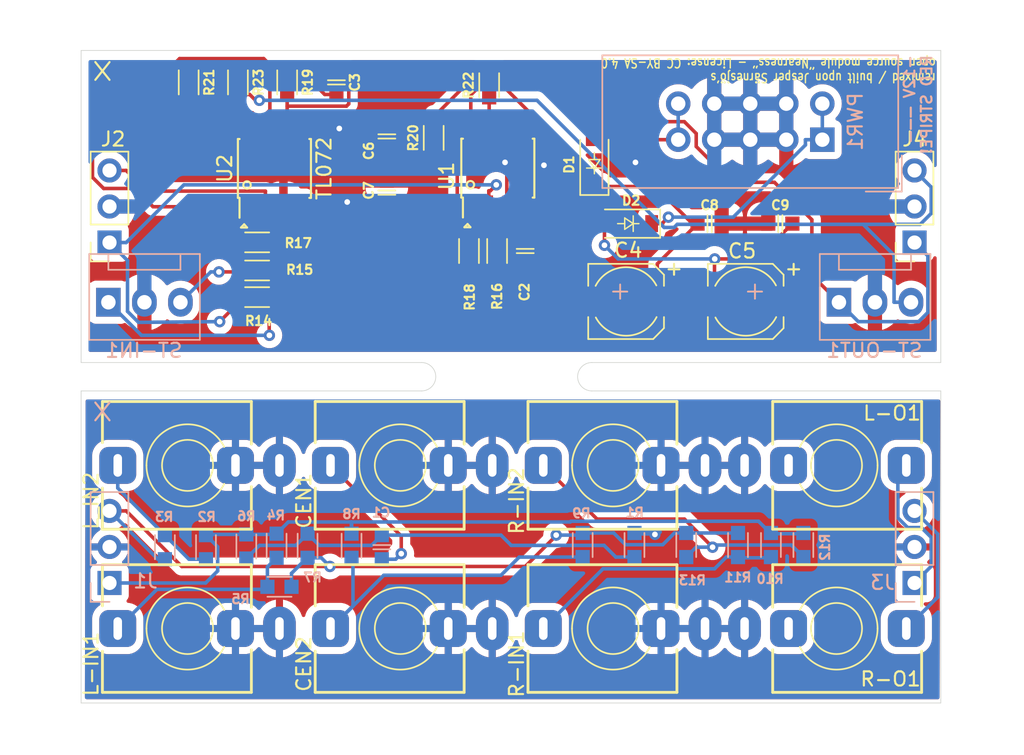
<source format=kicad_pcb>
(kicad_pcb (version 20221018) (generator pcbnew)
  (layers (0 "F.Cu" signal) (31 "B.Cu" signal) (34 "B.Paste" user) (35 "F.Paste" user) (36 "B.SilkS" user "B.Silkscreen") (37 "F.SilkS" user "F.Silkscreen") (38 "B.Mask" user) (39 "F.Mask" user) (44 "Edge.Cuts" user))
  (net 0 "")
  (net 1 "Net-(C1-Pad1)")
  (net 2 "Net-(C1-Pad2)")
  (net 3 "Net-(U1B--)")
  (net 4 "Net-(C2-Pad2)")
  (net 5 "Net-(C3-Pad2)")
  (net 6 "Net-(U2B--)")
  (net 7 "+12V")
  (net 8 "GND")
  (net 9 "-12V")
  (net 10 "Net-(CEN2-PadT)")
  (net 11 "Net-(D1-A)")
  (net 12 "Net-(D2-K)")
  (net 13 "Net-(J1-Pin_1)")
  (net 14 "Net-(J1-Pin_3)")
  (net 15 "Net-(J2-Pin_1)")
  (net 16 "Net-(J2-Pin_3)")
  (net 17 "Net-(J3-Pin_1)")
  (net 18 "Net-(J3-Pin_3)")
  (net 19 "Net-(L-IN1-PadT)")
  (net 20 "Net-(J4-Pin_3)")
  (net 21 "Net-(L_IN2-PadT)")
  (net 22 "Net-(R-IN1-PadT)")
  (net 23 "Net-(R-IN2-PadT)")
  (net 24 "Net-(J4-Pin_1)")
  (net 26 "Net-(R16-Pad2)")
  (net 27 "Net-(R17-Pad2)")
  (net 29 "Net-(ST-IN1-Pin_1)")
  (net 30 "Net-(ST-IN1-Pin_3)")
  (footprint "4ms/4ms-kicad-lib/footprints/4ms_Capacitor.pretty:C_0603" (layer "F.Cu") (at 147.6248 91.2368 90)
    (fp_text reference "C2")
    (fp_text value "22pF" hide)
  )
  (footprint "4ms/4ms-kicad-lib/footprints/4ms_Capacitor.pretty:C_0603" (layer "F.Cu") (at 134.3152 79.3496 -90)
    (fp_text reference "C3")
    (fp_text value "22pF" hide)
  )
  (footprint "4ms/4ms-kicad-lib/footprints/4ms_Capacitor.pretty:CP_Elec_5x5.3" (layer "F.Cu") (at 154.7368 94.7928 180)
    (fp_text reference "C4")
    (fp_text value "22uF" hide)
  )
  (footprint "4ms/4ms-kicad-lib/footprints/4ms_Capacitor.pretty:CP_Elec_5x5.3" (layer "F.Cu") (at 163.1696 94.7928 180)
    (fp_text reference "C5")
    (fp_text value "22uF" hide)
  )
  (footprint "4ms/4ms-kicad-lib/footprints/4ms_Capacitor.pretty:C_0603" (layer "F.Cu") (at 137.8712 83.1596 -90)
    (fp_text reference "C6")
    (fp_text value "100nF" hide)
  )
  (footprint "4ms/4ms-kicad-lib/footprints/4ms_Capacitor.pretty:C_0603" (layer "F.Cu") (at 137.8712 87.122 -90)
    (fp_text reference "C7")
    (fp_text value "100nF" hide)
  )
  (footprint "4ms/4ms-kicad-lib/footprints/4ms_Capacitor.pretty:C_0603" (layer "F.Cu") (at 160.6236 89.3064)
    (fp_text reference "C8")
    (fp_text value "100nF" hide)
  )
  (footprint "4ms/4ms-kicad-lib/footprints/4ms_Capacitor.pretty:C_0603" (layer "F.Cu") (at 165.608 89.3064)
    (fp_text reference "C9")
    (fp_text value "100nF" hide)
  )
  (footprint "AudioJacks:Jack_3.5mm_QingPu_WQP-PJ398SM_Vertical" (layer "F.Cu") (at 138.8208 106.3492 90)
    (fp_text reference "CEN1")
    (fp_text value "AudioJack2_SwitchT")
  )
  (footprint "AudioJacks:Jack_3.5mm_QingPu_WQP-PJ398SM_Vertical" (layer "F.Cu") (at 138.8208 117.8492 90)
    (fp_text reference "CEN2")
    (fp_text value "AudioJack2_SwitchT")
  )
  (footprint "4ms/4ms-kicad-lib/footprints/4ms_Diode.pretty:D_SOD-123" (layer "F.Cu") (at 152.5016 85.0392 90)
    (fp_text reference "D1")
    (fp_text value "1N5819" hide)
  )
  (footprint "4ms/4ms-kicad-lib/footprints/4ms_Diode.pretty:D_SOD-123" (layer "F.Cu") (at 154.8892 89.3064 180)
    (fp_text reference "D2")
    (fp_text value "1N5819" hide)
  )
  (footprint "Connector_PinSocket_2.54mm:PinSocket_1x03_P2.54mm_Vertical" (layer "F.Cu") (at 118.3208 90.6392 180)
    (fp_text reference "J2")
    (fp_text value "Conn_01x03_Female")
  )
  (footprint "Connector_PinSocket_2.54mm:PinSocket_1x03_P2.54mm_Vertical" (layer "F.Cu") (at 175.0708 90.6392 180)
    (fp_text reference "J4")
    (fp_text value "Conn_01x03_Female")
  )
  (footprint "AudioJacks:Jack_3.5mm_QingPu_WQP-PJ398SM_Vertical" (layer "F.Cu") (at 123.8208 117.8492 90)
    (fp_text reference "L-IN1")
    (fp_text value "AudioJack2_SwitchT")
  )
  (footprint "AudioJacks:Jack_3.5mm_QingPu_WQP-PJ398SM_Vertical" (layer "F.Cu") (at 169.5708 106.3492 -90)
    (fp_text reference "L-O1")
    (fp_text value "AudioJack2_SwitchT")
  )
  (footprint "AudioJacks:Jack_3.5mm_QingPu_WQP-PJ398SM_Vertical" (layer "F.Cu") (at 123.8208 106.3492 90)
    (fp_text reference "L_IN2")
    (fp_text value "AudioJack2_SwitchT")
  )
  (footprint "4ms/4ms-kicad-lib/footprints/4ms_Resistor.pretty:R_0603" (layer "F.Cu") (at 128.7272 94.488)
    (fp_text reference "R14")
    (fp_text value "100K" hide)
  )
  (footprint "4ms/4ms-kicad-lib/footprints/4ms_Resistor.pretty:R_0603" (layer "F.Cu") (at 128.7272 92.6084)
    (fp_text reference "R15")
    (fp_text value "100K" hide)
  )
  (footprint "4ms/4ms-kicad-lib/footprints/4ms_Resistor.pretty:R_0603" (layer "F.Cu") (at 145.6436 91.2368 -90)
    (fp_text reference "R16")
    (fp_text value "100K" hide)
  )
  (footprint "4ms/4ms-kicad-lib/footprints/4ms_Resistor.pretty:R_0603" (layer "F.Cu") (at 128.7272 90.6272 180)
    (fp_text reference "R17")
    (fp_text value "100K" hide)
  )
  (footprint "4ms/4ms-kicad-lib/footprints/4ms_Resistor.pretty:R_0603" (layer "F.Cu") (at 143.6624 91.2368 -90)
    (fp_text reference "R18")
    (fp_text value "100K" hide)
  )
  (footprint "4ms/4ms-kicad-lib/footprints/4ms_Resistor.pretty:R_0603" (layer "F.Cu") (at 130.8439 79.3496 -90)
    (fp_text reference "R19")
    (fp_text value "100K" hide)
  )
  (footprint "4ms/4ms-kicad-lib/footprints/4ms_Resistor.pretty:R_0603" (layer "F.Cu") (at 141.1732 83.2612 90)
    (fp_text reference "R20")
    (fp_text value "100K" hide)
  )
  (footprint "4ms/4ms-kicad-lib/footprints/4ms_Resistor.pretty:R_0603" (layer "F.Cu") (at 123.9012 79.3496 -90)
    (fp_text reference "R21")
    (fp_text value "100K" hide)
  )
  (footprint "4ms/4ms-kicad-lib/footprints/4ms_Resistor.pretty:R_0603" (layer "F.Cu") (at 145.0848 79.5528 90)
    (fp_text reference "R22")
    (fp_text value "1K" hide)
  )
  (footprint "4ms/4ms-kicad-lib/footprints/4ms_Resistor.pretty:R_0603" (layer "F.Cu") (at 127.3725 79.3496 -90)
    (fp_text reference "R23")
    (fp_text value "1K" hide)
  )
  (footprint "AudioJacks:Jack_3.5mm_QingPu_WQP-PJ398SM_Vertical" (layer "F.Cu") (at 153.8208 117.8492 90)
    (fp_text reference "R-IN1")
    (fp_text value "AudioJack2_SwitchT")
  )
  (footprint "AudioJacks:Jack_3.5mm_QingPu_WQP-PJ398SM_Vertical" (layer "F.Cu") (at 153.8208 106.3492 90)
    (fp_text reference "R-IN2")
    (fp_text value "AudioJack2_SwitchT")
  )
  (footprint "AudioJacks:Jack_3.5mm_QingPu_WQP-PJ398SM_Vertical" (layer "F.Cu") (at 169.5708 117.8492 -90)
    (fp_text reference "R-O1")
    (fp_text value "AudioJack2_SwitchT")
  )
  (footprint "4ms/4ms-kicad-lib/footprints/4ms_Package_SOIC.pretty:SOIC-8_3.9x4.9mm_Pitch1.27mm" (layer "F.Cu") (at 145.6944 85.3948 90)
    (fp_text reference "U1")
    (fp_text value "TL072" hide)
  )
  (footprint "4ms/4ms-kicad-lib/footprints/4ms_Package_SOIC.pretty:SOIC-8_3.9x4.9mm_Pitch1.27mm" (layer "F.Cu") (at 129.9464 85.416 90)
    (fp_text reference "U2")
    (fp_text value "TL072")
  )
  (footprint "MountingHole:MountingHole_0.5mm" (layer "F.Cu") (at 149.7316 99.1108)
    (fp_text reference "HOLE12" hide)
    (fp_text value "0.5mm_Hole" hide)
  )
  (footprint "MountingHole:MountingHole_0.5mm" (layer "F.Cu") (at 148.9816 99.1108)
    (fp_text reference "HOLE11" hide)
    (fp_text value "0.5mm_Hole" hide)
  )
  (footprint "MountingHole:MountingHole_0.5mm" (layer "F.Cu") (at 143.7316 99.1108)
    (fp_text reference "HOLE04" hide)
    (fp_text value "0.5mm_Hole" hide)
  )
  (footprint "MountingHole:MountingHole_0.5mm" (layer "F.Cu") (at 150.4732 100.9904)
    (fp_text reference "HOLE27" hide)
    (fp_text value "0.5mm_Hole" hide)
  )
  (footprint "MountingHole:MountingHole_0.5mm" (layer "F.Cu") (at 145.2316 99.1108)
    (fp_text reference "HOLE06" hide)
    (fp_text value "0.5mm_Hole" hide)
  )
  (footprint "MountingHole:MountingHole_0.5mm" (layer "F.Cu") (at 148.9732 100.9904)
    (fp_text reference "HOLE25" hide)
    (fp_text value "0.5mm_Hole" hide)
  )
  (footprint "MountingHole:MountingHole_0.5mm" (layer "F.Cu") (at 141.4732 100.9904)
    (fp_text reference "HOLE15" hide)
    (fp_text value "0.5mm_Hole" hide)
  )
  (footprint "MountingHole:MountingHole_0.5mm" (layer "F.Cu") (at 146.7232 100.9904)
    (fp_text reference "HOLE22" hide)
    (fp_text value "0.5mm_Hole" hide)
  )
  (footprint "MountingHole:MountingHole_0.5mm" (layer "F.Cu") (at 151.2316 99.1108)
    (fp_text reference "HOLE14" hide)
    (fp_text value "0.5mm_Hole" hide)
  )
  (footprint "MountingHole:MountingHole_0.5mm" (layer "F.Cu") (at 142.9816 99.1108)
    (fp_text reference "HOLE03" hide)
    (fp_text value "0.5mm_Hole" hide)
  )
  (footprint "MountingHole:MountingHole_0.5mm" (layer "F.Cu") (at 147.4732 100.9904)
    (fp_text reference "HOLE23" hide)
    (fp_text value "0.5mm_Hole" hide)
  )
  (footprint "MountingHole:MountingHole_0.5mm" (layer "F.Cu") (at 145.2232 100.9904)
    (fp_text reference "HOLE20" hide)
    (fp_text value "0.5mm_Hole" hide)
  )
  (footprint "MountingHole:MountingHole_0.5mm" (layer "F.Cu") (at 149.7232 100.9904)
    (fp_text reference "HOLE26" hide)
    (fp_text value "0.5mm_Hole" hide)
  )
  (footprint "MountingHole:MountingHole_0.5mm" (layer "F.Cu") (at 143.7232 100.9904)
    (fp_text reference "HOLE18" hide)
    (fp_text value "0.5mm_Hole" hide)
  )
  (footprint "MountingHole:MountingHole_0.5mm" (layer "F.Cu") (at 142.2232 100.9904)
    (fp_text reference "HOLE16" hide)
    (fp_text value "0.5mm_Hole" hide)
  )
  (footprint "MountingHole:MountingHole_0.5mm" (layer "F.Cu") (at 142.2316 99.1108)
    (fp_text reference "HOLE02" hide)
    (fp_text value "0.5mm_Hole" hide)
  )
  (footprint "MountingHole:MountingHole_0.5mm" (layer "F.Cu") (at 150.4816 99.1108)
    (fp_text reference "HOLE13" hide)
    (fp_text value "0.5mm_Hole" hide)
  )
  (footprint "MountingHole:MountingHole_0.5mm" (layer "F.Cu") (at 145.9732 100.9904)
    (fp_text reference "HOLE21" hide)
    (fp_text value "0.5mm_Hole" hide)
  )
  (footprint "MountingHole:MountingHole_0.5mm" (layer "F.Cu") (at 142.9732 100.9904)
    (fp_text reference "HOLE17" hide)
    (fp_text value "0.5mm_Hole" hide)
  )
  (footprint "MountingHole:MountingHole_0.5mm" (layer "F.Cu") (at 148.2316 99.1108)
    (fp_text reference "HOLE10" hide)
    (fp_text value "0.5mm_Hole" hide)
  )
  (footprint "MountingHole:MountingHole_0.5mm" (layer "F.Cu") (at 147.4816 99.1108)
    (fp_text reference "HOLE09" hide)
    (fp_text value "0.5mm_Hole" hide)
  )
  (footprint "MountingHole:MountingHole_0.5mm" (layer "F.Cu") (at 151.2232 100.9904)
    (fp_text reference "HOLE28" hide)
    (fp_text value "0.5mm_Hole" hide)
  )
  (footprint "MountingHole:MountingHole_0.5mm" (layer "F.Cu") (at 144.4732 100.9904)
    (fp_text reference "HOLE19" hide)
    (fp_text value "0.5mm_Hole" hide)
  )
  (footprint "MountingHole:MountingHole_0.5mm" (layer "F.Cu") (at 144.4816 99.1108)
    (fp_text reference "HOLE05" hide)
    (fp_text value "0.5mm_Hole" hide)
  )
  (footprint "MountingHole:MountingHole_0.5mm" (layer "F.Cu") (at 146.7316 99.1108)
    (fp_text reference "HOLE08" hide)
    (fp_text value "0.5mm_Hole" hide)
  )
  (footprint "MountingHole:MountingHole_0.5mm" (layer "F.Cu") (at 145.9816 99.1108)
    (fp_text reference "HOLE07" hide)
    (fp_text value "0.5mm_Hole" hide)
  )
  (footprint "MountingHole:MountingHole_0.5mm" (layer "F.Cu") (at 148.2232 100.9904)
    (fp_text reference "HOLE24" hide)
    (fp_text value "0.5mm_Hole" hide)
  )
  (footprint "MountingHole:MountingHole_0.5mm" (layer "F.Cu") (at 141.4816 99.1108)
    (fp_text reference "HOLE01" hide)
    (fp_text value "0.5mm_Hole" hide)
  )
  (footprint "4ms/4ms-kicad-lib/footprints/4ms_Capacitor.pretty:C_0603" (layer "B.Cu") (at 137.5156 112.1156 90)
    (fp_text reference "C1")
    (fp_text value "5.6nF" hide)
  )
  (footprint "Connector_PinHeader_2.54mm:PinHeader_1x03_P2.54mm_Vertical" (layer "B.Cu") (at 118.3208 114.6392)
    (fp_text reference "J1")
    (fp_text value "Conn_01x03_Male")
  )
  (footprint "Connector_PinHeader_2.54mm:PinHeader_1x03_P2.54mm_Vertical" (layer "B.Cu") (at 175.0708 114.6392)
    (fp_text reference "J3")
    (fp_text value "Conn_01x03_Male")
  )
  (footprint "Connector_IDC:IDC-Header_2x05_P2.54mm_Vertical" (layer "B.Cu") (at 168.5708 83.3892 90)
    (fp_text reference "PWR1")
    (fp_text value "Conn_02x05_Odd_Even")
  )
  (footprint "4ms/4ms-kicad-lib/footprints/4ms_Resistor.pretty:R_0603" (layer "B.Cu") (at 155.3269 111.9632 90)
    (fp_text reference "R1")
    (fp_text value "180K" hide)
  )
  (footprint "4ms/4ms-kicad-lib/footprints/4ms_Resistor.pretty:R_0603" (layer "B.Cu") (at 125.1204 112.1156 90)
    (fp_text reference "R2")
    (fp_text value "102K" hide)
  )
  (footprint "4ms/4ms-kicad-lib/footprints/4ms_Resistor.pretty:R_0603" (layer "B.Cu") (at 122.2248 112.1156 -90)
    (fp_text reference "R3")
    (fp_text value "620K" hide)
  )
  (footprint "4ms/4ms-kicad-lib/footprints/4ms_Resistor.pretty:R_0603" (layer "B.Cu") (at 130.0988 112.014 90)
    (fp_text reference "R4")
    (fp_text value "113K" hide)
  )
  (footprint "4ms/4ms-kicad-lib/footprints/4ms_Resistor.pretty:R_0603" (layer "B.Cu") (at 130.302 114.9096)
    (fp_text reference "R5")
    (fp_text value "220K" hide)
  )
  (footprint "4ms/4ms-kicad-lib/footprints/4ms_Resistor.pretty:R_0603" (layer "B.Cu") (at 127.9652 112.0648 90)
    (fp_text reference "R6")
    (fp_text value "110K" hide)
  )
  (footprint "4ms/4ms-kicad-lib/footprints/4ms_Resistor.pretty:R_0603" (layer "B.Cu") (at 132.2832 112.014 -90)
    (fp_text reference "R7")
    (fp_text value "110K" hide)
  )
  (footprint "4ms/4ms-kicad-lib/footprints/4ms_Resistor.pretty:R_0603" (layer "B.Cu") (at 135.382 112.014 90)
    (fp_text reference "R8")
    (fp_text value "110K" hide)
  )
  (footprint "4ms/4ms-kicad-lib/footprints/4ms_Resistor.pretty:R_0603" (layer "B.Cu") (at 151.6771 111.9632 90)
    (fp_text reference "R9")
    (fp_text value "110K" hide)
  )
  (footprint "4ms/4ms-kicad-lib/footprints/4ms_Resistor.pretty:R_0603" (layer "B.Cu") (at 164.9476 111.9632 90)
    (fp_text reference "R10")
    (fp_text value "220K" hide)
  )
  (footprint "4ms/4ms-kicad-lib/footprints/4ms_Resistor.pretty:R_0603" (layer "B.Cu") (at 162.6264 111.9632 90)
    (fp_text reference "R11")
    (fp_text value "113K" hide)
  )
  (footprint "4ms/4ms-kicad-lib/footprints/4ms_Resistor.pretty:R_0603" (layer "B.Cu") (at 167.2336 111.9632 90)
    (fp_text reference "R12")
    (fp_text value "620K" hide)
  )
  (footprint "4ms/4ms-kicad-lib/footprints/4ms_Resistor.pretty:R_0603" (layer "B.Cu") (at 158.9766 111.9632 90)
    (fp_text reference "R13")
    (fp_text value "102K" hide)
  )
  (footprint "Connector:FanPinHeader_1x03_P2.54mm_Vertical" (layer "B.Cu") (at 118.2408 94.8492)
    (fp_text reference "ST-IN1")
    (fp_text value "Conn_01x03_Male")
  )
  (footprint "Connector:FanPinHeader_1x03_P2.54mm_Vertical" (layer "B.Cu") (at 169.7408 94.8492)
    (fp_text reference "ST-OUT1")
    (fp_text value "Conn_01x03_Male")
  )
  (gr_line (start 153.8208 94.0992) (end 154.8208 94.0992) (stroke (width 0.12)) (layer "B.SilkS"))
  (gr_line (start 163.3208 94.0992) (end 164.3208 94.0992) (stroke (width 0.12)) (layer "B.SilkS"))
  (gr_line (start 153.8208 94.0992) (end 154.8208 94.0992) (stroke (width 0.12)) (layer "B.SilkS"))
  (gr_line (start 163.8208 93.5992) (end 163.8208 94.5992) (stroke (width 0.12)) (layer "B.SilkS"))
  (gr_line (start 163.3208 94.0992) (end 164.3208 94.0992) (stroke (width 0.12)) (layer "B.SilkS"))
  (gr_line (start 154.3208 93.5992) (end 154.3208 94.5992) (stroke (width 0.12)) (layer "B.SilkS"))
  (gr_line (start 163.8208 93.5992) (end 163.8208 94.5992) (stroke (width 0.12)) (layer "B.SilkS"))
  (gr_line (start 154.3208 93.5992) (end 154.3208 94.5992) (stroke (width 0.12)) (layer "B.SilkS"))
  (gr_line (start 152.3208 99.0992) (end 176.9208 99.0992) (stroke (width 0.05)) (layer "Edge.Cuts"))
  (gr_line (start 116.3208 99.0992) (end 140.3208 99.0992) (stroke (width 0.05)) (layer "Edge.Cuts"))
  (gr_line (start 116.3208 123.0992) (end 176.9208 123.0992) (stroke (width 0.05)) (layer "Edge.Cuts"))
  (gr_arc (start 152.3208 101.0992) (mid 151.3208 100.0992) (end 152.3208 99.0992) (stroke (width 0.05)) (layer "Edge.Cuts"))
  (gr_line (start 116.3208 101.0992) (end 116.3208 123.0992) (stroke (width 0.05)) (layer "Edge.Cuts"))
  (gr_line (start 116.3208 77.0992) (end 116.3208 99.0992) (stroke (width 0.05)) (layer "Edge.Cuts"))
  (gr_line (start 176.9208 101.0992) (end 176.9208 123.0992) (stroke (width 0.05)) (layer "Edge.Cuts"))
  (gr_line (start 116.3208 77.0992) (end 176.9208 77.0992) (stroke (width 0.05)) (layer "Edge.Cuts"))
  (gr_line (start 152.3208 101.0992) (end 176.9208 101.0992) (stroke (width 0.05)) (layer "Edge.Cuts"))
  (gr_line (start 116.3208 101.0992) (end 140.3208 101.0992) (stroke (width 0.05)) (layer "Edge.Cuts"))
  (gr_line (start 176.9208 77.0992) (end 176.9208 99.0992) (stroke (width 0.05)) (layer "Edge.Cuts"))
  (gr_arc (start 140.3208 99.0992) (mid 141.3208 100.0992) (end 140.3208 101.0992) (stroke (width 0.05)) (layer "Edge.Cuts"))
  (gr_text "X" (at 117.8208 102.5992) (layer "B.SilkS") (effects (font (size 1.25 1.5))))
  (gr_text "-12V ———\nRED STRIPE!" (at 175.3208 77.3492 90) (layer "B.SilkS") (effects (font (size 0.75 0.75)) (justify left mirror)))
  (gr_text "X" (at 117.8208 78.5992) (layer "F.SilkS") (effects (font (size 1.25 1.5))))
  (gr_text "remixed / built upon Jesper Särnesjö’s\nopen source module “Nearness” - License: CC BY-SA 4.0" (at 176.6208 78.4992 180) (layer "F.SilkS") (effects (font (size 0.65 0.525) (thickness 0.1)) (justify left)))
  (segment (start 138.8872 111.3356) (end 133.9008 106.3492) (width 0.25) (layer "F.Cu") (net 1))
  (segment (start 138.8872 112.5728) (end 138.8872 111.3356) (width 0.25) (layer "F.Cu") (net 1))
  (via (at 138.8872 112.5728) (size 0.8) (drill 0.4) (layers "F.Cu" "B.Cu") (net 1))
  (segment (start 138.8872 112.5728) (end 138.4944 112.9656) (width 0.25) (layer "B.Cu") (net 1))
  (segment (start 138.4944 112.9656) (end 137.5156 112.9656) (width 0.25) (layer "B.Cu") (net 1))
  (segment (start 132.2832 111.164) (end 133.1082 111.989) (width 0.25) (layer "B.Cu") (net 2))
  (segment (start 131.4582 111.989) (end 128.891 111.989) (width 0.25) (layer "B.Cu") (net 2))
  (segment (start 137.5156 111.2656) (end 145.916404 111.2656) (width 0.25) (layer "B.Cu") (net 2))
  (segment (start 145.916404 111.2656) (end 146.639004 111.9882) (width 0.25) (layer "B.Cu") (net 2))
  (segment (start 128.891 111.989) (end 127.9652 112.9148) (width 0.25) (layer "B.Cu") (net 2))
  (segment (start 146.639004 111.9882) (end 153.187 111.9882) (width 0.25) (layer "B.Cu") (net 2))
  (segment (start 153.187 111.9882) (end 154.012 112.8132) (width 0.25) (layer "B.Cu") (net 2))
  (segment (start 132.2832 111.164) (end 131.4582 111.989) (width 0.25) (layer "B.Cu") (net 2))
  (segment (start 133.1082 111.989) (end 136.7922 111.989) (width 0.25) (layer "B.Cu") (net 2))
  (segment (start 154.012 112.8132) (end 155.3269 112.8132) (width 0.25) (layer "B.Cu") (net 2))
  (segment (start 136.7922 111.989) (end 137.5156 111.2656) (width 0.25) (layer "B.Cu") (net 2))
  (segment (start 132.2832 111.0996) (end 132.2324 111.0488) (width 0.25) (layer "B.Cu") (net 2))
  (segment (start 144.4893 92.0868) (end 144.4893 92.397) (width 0.25) (layer "F.Cu") (net 3))
  (segment (start 144.4893 92.397) (end 145.006 92.9137) (width 0.25) (layer "F.Cu") (net 3))
  (segment (start 147.6248 92.0868) (end 146.7979 92.0868) (width 0.25) (layer "F.Cu") (net 3))
  (segment (start 143.6624 92.0868) (end 144.4893 92.0868) (width 0.25) (layer "F.Cu") (net 3))
  (segment (start 142.8355 84.2567) (end 145.8694 84.2567) (width 0.25) (layer "F.Cu") (net 3))
  (segment (start 142.8355 91.0532) (end 143.0422 91.2599) (width 0.25) (layer "F.Cu") (net 3))
  (segment (start 143.6624 92.0868) (end 143.6624 91.2599) (width 0.25) (layer "F.Cu") (net 3))
  (segment (start 146.2812 92.9137) (end 146.7979 92.397) (width 0.25) (layer "F.Cu") (net 3))
  (segment (start 141.1732 84.1112) (end 142.0001 84.1112) (width 0.25) (layer "F.Cu") (net 3))
  (segment (start 146.3294 82.6948) (end 146.3294 83.7967) (width 0.25) (layer "F.Cu") (net 3))
  (segment (start 142.8355 84.2567) (end 142.8355 91.0532) (width 0.25) (layer "F.Cu") (net 3))
  (segment (start 145.006 92.9137) (end 146.2812 92.9137) (width 0.25) (layer "F.Cu") (net 3))
  (segment (start 142.1456 84.2567) (end 142.8355 84.2567) (width 0.25) (layer "F.Cu") (net 3))
  (segment (start 143.0422 91.2599) (end 143.6624 91.2599) (width 0.25) (layer "F.Cu") (net 3))
  (segment (start 146.7979 92.397) (end 146.7979 92.0868) (width 0.25) (layer "F.Cu") (net 3))
  (segment (start 142.0001 84.1112) (end 142.1456 84.2567) (width 0.25) (layer "F.Cu") (net 3))
  (segment (start 145.8694 84.2567) (end 146.3294 83.7967) (width 0.25) (layer "F.Cu") (net 3))
  (segment (start 145.0848 80.4028) (end 145.0848 80.4926) (width 0.25) (layer "F.Cu") (net 4))
  (segment (start 147.6248 89.5599) (end 147.4576 89.5599) (width 0.25) (layer "F.Cu") (net 4))
  (segment (start 145.0848 80.4926) (end 145.0848 81.5675) (width 0.25) (layer "F.Cu") (net 4))
  (segment (start 145.0848 81.5675) (end 145.0594 81.5929) (width 0.25) (layer "F.Cu") (net 4))
  (segment (start 146.7407 81.5675) (end 145.0848 81.5675) (width 0.25) (layer "F.Cu") (net 4))
  (segment (start 147.4576 89.5599) (end 146.9563 89.0586) (width 0.25) (layer "F.Cu") (net 4))
  (segment (start 147.6248 90.3868) (end 147.6248 89.5599) (width 0.25) (layer "F.Cu") (net 4))
  (segment (start 146.9563 89.0586) (end 146.9563 81.7831) (width 0.25) (layer "F.Cu") (net 4))
  (segment (start 145.0594 82.1438) (end 145.0594 82.6948) (width 0.25) (layer "F.Cu") (net 4))
  (segment (start 145.0594 82.1438) (end 145.0594 81.5929) (width 0.25) (layer "F.Cu") (net 4))
  (segment (start 146.9563 81.7831) (end 146.7407 81.5675) (width 0.25) (layer "F.Cu") (net 4))
  (segment (start 129.3114 82.716) (end 129.3114 81.6141) (width 0.25) (layer "F.Cu") (net 5))
  (segment (start 132.6614 79.3727) (end 133.4883 80.1996) (width 0.25) (layer "F.Cu") (net 5))
  (segment (start 127.3725 78.4996) (end 128.1994 78.4996) (width 0.25) (layer "F.Cu") (net 5))
  (segment (start 129.0725 79.3727) (end 129.6254 79.3727) (width 0.25) (layer "F.Cu") (net 5))
  (segment (start 128.1994 78.4996) (end 129.0725 79.3727) (width 0.25) (layer "F.Cu") (net 5))
  (segment (start 129.6254 79.3727) (end 132.6614 79.3727) (width 0.25) (layer "F.Cu") (net 5))
  (segment (start 129.6254 81.3001) (end 129.3114 81.6141) (width 0.25) (layer "F.Cu") (net 5))
  (segment (start 129.6254 79.3727) (end 129.6254 81.3001) (width 0.25) (layer "F.Cu") (net 5))
  (segment (start 134.3152 80.1996) (end 133.4883 80.1996) (width 0.25) (layer "F.Cu") (net 5))
  (segment (start 134.9354 79.3265) (end 135.1873 79.5784) (width 0.25) (layer "F.Cu") (net 6))
  (segment (start 123.281 79.3265) (end 123.0743 79.5332) (width 0.25) (layer "F.Cu") (net 6))
  (segment (start 128.6683 83.6456) (end 128.8406 83.8179) (width 0.25) (layer "F.Cu") (net 6))
  (segment (start 134.3152 79.3265) (end 134.9354 79.3265) (width 0.25) (layer "F.Cu") (net 6))
  (segment (start 130.5814 82.716) (end 130.5814 83.8179) (width 0.25) (layer "F.Cu") (net 6))
  (segment (start 128.6683 81.7642) (end 128.6683 83.6456) (width 0.25) (layer "F.Cu") (net 6))
  (segment (start 135.1873 80.8643) (end 135.0251 81.0265) (width 0.25) (layer "F.Cu") (net 6))
  (segment (start 135.0251 81.0265) (end 130.8439 81.0265) (width 0.25) (layer "F.Cu") (net 6))
  (segment (start 130.8439 80.1996) (end 130.8439 81.0265) (width 0.25) (layer "F.Cu") (net 6))
  (segment (start 123.0743 79.5332) (end 123.0743 80.835) (width 0.25) (layer "F.Cu") (net 6))
  (segment (start 130.5814 82.716) (end 130.5814 81.6141) (width 0.25) (layer "F.Cu") (net 6))
  (segment (start 134.3152 78.4996) (end 134.3152 79.3265) (width 0.25) (layer "F.Cu") (net 6))
  (segment (start 128.8406 83.8179) (end 130.5814 83.8179) (width 0.25) (layer "F.Cu") (net 6))
  (segment (start 128.3995 81.4954) (end 128.6683 81.7642) (width 0.25) (layer "F.Cu") (net 6))
  (segment (start 130.8439 81.3516) (end 130.5814 81.6141) (width 0.25) (layer "F.Cu") (net 6))
  (segment (start 123.7347 81.4954) (end 128.3995 81.4954) (width 0.25) (layer "F.Cu") (net 6))
  (segment (start 130.8439 81.0265) (end 130.8439 81.3516) (width 0.25) (layer "F.Cu") (net 6))
  (segment (start 135.1873 79.5784) (end 135.1873 80.8643) (width 0.25) (layer "F.Cu") (net 6))
  (segment (start 123.9012 79.3265) (end 123.281 79.3265) (width 0.25) (layer "F.Cu") (net 6))
  (segment (start 123.0743 80.835) (end 123.7347 81.4954) (width 0.25) (layer "F.Cu") (net 6))
  (segment (start 123.9012 78.4996) (end 123.9012 79.3265) (width 0.25) (layer "F.Cu") (net 6))
  (segment (start 156.7932 86.6892) (end 152.5016 86.6892) (width 0.25) (layer "F.Cu") (net 7))
  (segment (start 143.2967 83.7967) (end 142.7601 83.2601) (width 0.25) (layer "F.Cu") (net 7))
  (segment (start 144.4494 79.5759) (end 146.0376 79.5759) (width 0.25) (layer "F.Cu") (net 7))
  (segment (start 156.9368 92.1432) (end 159.7736 89.3064) (width 0.25) (layer "F.Cu") (net 7))
  (segment (start 143.7894 80.2359) (end 144.4494 79.5759) (width 0.25) (layer "F.Cu") (net 7))
  (segment (start 146.0376 79.5759) (end 152.5016 86.0399) (width 0.25) (layer "F.Cu") (net 7))
  (segment (start 137.0443 82.3096) (end 135.0584 84.2955) (width 0.25) (layer "F.Cu") (net 7))
  (segment (start 143.7894 82.6948) (end 143.7894 80.2359) (width 0.25) (layer "F.Cu") (net 7))
  (segment (start 159.7736 89.3064) (end 159.4104 89.3064) (width 0.25) (layer "F.Cu") (net 7))
  (segment (start 137.8712 82.3096) (end 137.0443 82.3096) (width 0.25) (layer "F.Cu") (net 7))
  (segment (start 139.6486 83.2601) (end 138.6981 82.3096) (width 0.25) (layer "F.Cu") (net 7))
  (segment (start 159.4104 89.3064) (end 156.7932 86.6892) (width 0.25) (layer "F.Cu") (net 7))
  (segment (start 135.0584 84.2955) (end 128.519 84.2955) (width 0.25) (layer "F.Cu") (net 7))
  (segment (start 128.0414 82.716) (end 128.0414 83.8179) (width 0.25) (layer "F.Cu") (net 7))
  (segment (start 128.519 84.2955) (end 128.0414 83.8179) (width 0.25) (layer "F.Cu") (net 7))
  (segment (start 143.7894 82.6948) (end 143.7894 83.7967) (width 0.25) (layer "F.Cu") (net 7))
  (segment (start 142.7601 83.2601) (end 139.6486 83.2601) (width 0.25) (layer "F.Cu") (net 7))
  (segment (start 152.5016 86.6892) (end 152.4364 86.624) (width 0.25) (layer "F.Cu") (net 7))
  (segment (start 143.7894 83.7967) (end 143.2967 83.7967) (width 0.25) (layer "F.Cu") (net 7))
  (segment (start 156.9368 94.7928) (end 156.9368 92.1432) (width 0.25) (layer "F.Cu") (net 7))
  (segment (start 137.8712 82.3096) (end 138.6981 82.3096) (width 0.25) (layer "F.Cu") (net 7))
  (segment (start 152.5016 86.0399) (end 152.5016 86.6892) (width 0.25) (layer "F.Cu") (net 7))
  (segment (start 148.9456 85.1916) (end 147.5994 83.8454) (width 0.25) (layer "F.Cu") (net 8))
  (segment (start 146.3294 85.1154) (end 146.2024 84.9884) (width 0.25) (layer "F.Cu") (net 8))
  (segment (start 147.5994 83.8454) (end 147.5994 82.6948) (width 0.25) (layer "F.Cu") (net 8))
  (segment (start 146.3294 88.0948) (end 146.3294 85.1154) (width 0.25) (layer "F.Cu") (net 8))
  (via (at 135.0772 87.7824) (size 0.8) (drill 0.4) (layers "F.Cu" "B.Cu") (net 8))
  (via (at 134.5184 82.6008) (size 0.8) (drill 0.4) (layers "F.Cu" "B.Cu") (net 8))
  (via (at 155.3972 84.9884) (size 0.8) (drill 0.4) (layers "F.Cu" "B.Cu") (net 8))
  (via (at 146.2024 84.9884) (size 0.8) (drill 0.4) (layers "F.Cu" "B.Cu") (net 8))
  (via (at 148.9456 85.1916) (size 0.8) (drill 0.4) (layers "F.Cu" "B.Cu") (net 8))
  (via (at 156.7688 111.2156) (size 0.8) (drill 0.4) (layers "F.Cu" "B.Cu") (net 8))
  (segment (start 155.3269 111.1132) (end 156.6664 111.1132) (width 0.25) (layer "B.Cu") (net 8))
  (segment (start 156.6664 111.1132) (end 156.7688 111.2156) (width 0.25) (layer "B.Cu") (net 8))
  (segment (start 137.8712 88.3854) (end 137.8712 88.7989) (width 0.25) (layer "F.Cu") (net 9))
  (segment (start 166.458 89.3064) (end 163.9688 91.7956) (width 0.25) (layer "F.Cu") (net 9))
  (segment (start 137.8712 88.7989) (end 142.4386 93.3663) (width 0.25) (layer "F.Cu") (net 9))
  (segment (start 153.2128 90.8304) (end 153.2128 89.3328) (width 0.25) (layer "F.Cu") (net 9))
  (segment (start 131.8514 88.116) (end 131.8514 89.2179) (width 0.25) (layer "F.Cu") (net 9))
  (segment (start 142.4386 93.3663) (end 147.8319 93.3663) (width 0.25) (layer "F.Cu") (net 9))
  (segment (start 153.2128 89.3328) (end 153.2392 89.3064) (width 0.25) (layer "F.Cu") (net 9))
  (segment (start 137.8712 87.972) (end 137.8712 88.3854) (width 0.25) (layer "F.Cu") (net 9))
  (segment (start 137.0387 89.2179) (end 131.8514 89.2179) (width 0.25) (layer "F.Cu") (net 9))
  (segment (start 163.9688 91.7956) (end 160.9852 91.7956) (width 0.25) (layer "F.Cu") (net 9))
  (segment (start 160.9696 91.862) (end 160.9696 94.7928) (width 0.25) (layer "F.Cu") (net 9))
  (segment (start 153.2392 89.3064) (end 152.8508 89.3064) (width 0.25) (layer "F.Cu") (net 9))
  (segment (start 160.9852 91.7956) (end 160.9852 91.8464) (width 0.25) (layer "F.Cu") (net 9))
  (segment (start 152.8508 89.3064) (end 148.811 89.3064) (width 0.25) (layer "F.Cu") (net 9))
  (segment (start 160.9852 91.8464) (end 160.9696 91.862) (width 0.25) (layer "F.Cu") (net 9))
  (segment (start 148.811 89.3064) (end 147.5994 88.0948) (width 0.25) (layer "F.Cu") (net 9))
  (segment (start 147.8319 93.3663) (end 148.811 92.3872) (width 0.25) (layer "F.Cu") (net 9))
  (segment (start 148.811 92.3872) (end 148.811 89.3064) (width 0.25) (layer "F.Cu") (net 9))
  (segment (start 160.9852 94.7772) (end 160.9696 94.7928) (width 0.25) (layer "F.Cu") (net 9))
  (segment (start 137.8712 88.3854) (end 137.0387 89.2179) (width 0.25) (layer "F.Cu") (net 9))
  (via (at 160.9852 91.7956) (size 0.8) (drill 0.4) (layers "F.Cu" "B.Cu") (net 9))
  (via (at 153.2128 90.8304) (size 0.8) (drill 0.4) (layers "F.Cu" "B.Cu") (net 9))
  (segment (start 160.9852 91.7956) (end 154.178 91.7956) (width 0.25) (layer "B.Cu") (net 9))
  (segment (start 154.178 91.7956) (end 153.2128 90.8304) (width 0.25) (layer "B.Cu") (net 9))
  (segment (start 151.6771 112.8132) (end 147.2004 112.8132) (width 0.25) (layer "B.Cu") (net 10))
  (segment (start 135.3956 112.864) (end 135.4836 112.776) (width 0.25) (layer "B.Cu") (net 10))
  (segment (start 135.382 112.864) (end 135.3956 112.864) (width 0.25) (layer "B.Cu") (net 10))
  (segment (start 135.4836 112.776) (end 135.4836 116.2664) (width 0.25) (layer "B.Cu") (net 10))
  (segment (start 135.4836 116.2664) (end 133.9008 117.8492) (width 0.25) (layer "B.Cu") (net 10))
  (segment (start 137.6532 114.0968) (end 133.9008 117.8492) (width 0.25) (layer "B.Cu") (net 10))
  (segment (start 145.9168 114.0968) (end 137.6532 114.0968) (width 0.25) (layer "B.Cu") (net 10))
  (segment (start 147.2004 112.8132) (end 145.9168 114.0968) (width 0.25) (layer "B.Cu") (net 10))
  (segment (start 152.5016 83.3892) (end 158.4108 83.3892) (width 0.25) (layer "F.Cu") (net 11))
  (segment (start 158.4108 80.8492) (end 158.4108 83.3892) (width 0.25) (layer "B.Cu") (net 11))
  (segment (start 156.5392 89.3064) (end 157.3161 89.3064) (width 0.25) (layer "F.Cu") (net 12))
  (segment (start 157.3161 89.2539) (end 157.3161 89.3064) (width 0.25) (layer "F.Cu") (net 12))
  (segment (start 157.7207 88.8493) (end 157.3161 89.2539) (width 0.25) (layer "F.Cu") (net 12))
  (via (at 157.7207 88.8493) (size 0.8) (drill 0.4) (layers "F.Cu" "B.Cu") (net 12))
  (segment (start 167.3803 83.3892) (end 167.3803 83.7612) (width 0.25) (layer "B.Cu") (net 12))
  (segment (start 167.3803 83.7612) (end 162.2922 88.8493) (width 0.25) (layer "B.Cu") (net 12))
  (segment (start 162.2922 88.8493) (end 157.7207 88.8493) (width 0.25) (layer "B.Cu") (net 12))
  (segment (start 168.5708 83.3892) (end 167.3803 83.3892) (width 0.25) (layer "B.Cu") (net 12))
  (segment (start 168.5708 80.8492) (end 168.5708 83.3892) (width 0.25) (layer "B.Cu") (net 12))
  (segment (start 125.9454 112.0906) (end 125.1204 111.2656) (width 0.25) (layer "B.Cu") (net 13))
  (segment (start 127.9652 111.2148) (end 125.1712 111.2148) (width 0.25) (layer "B.Cu") (net 13))
  (segment (start 150.8027 110.3376) (end 150.8521 110.2882) (width 0.25) (layer "B.Cu") (net 13))
  (segment (start 135.382 110.339) (end 135.382 111.164) (width 0.25) (layer "B.Cu") (net 13))
  (segment (start 135.382 111.164) (end 135.382 110.3376) (width 0.25) (layer "B.Cu") (net 13))
  (segment (start 167.1692 111.164) (end 164.9476 111.164) (width 0.25) (layer "B.Cu") (net 13))
  (segment (start 125.9454 113.7906) (end 125.9454 112.0906) (width 0.25) (layer "B.Cu") (net 13))
  (segment (start 135.382 110.3376) (end 150.8027 110.3376) (width 0.25) (layer "B.Cu") (net 13))
  (segment (start 125.0968 114.6392) (end 125.9454 113.7906) (width 0.25) (layer "B.Cu") (net 13))
  (segment (start 167.2336 111.1132) (end 167.22 111.1132) (width 0.25) (layer "B.Cu") (net 13))
  (segment (start 150.8521 110.2882) (end 164.0718 110.2882) (width 0.25) (layer "B.Cu") (net 13))
  (segment (start 167.22 111.1132) (end 167.1692 111.164) (width 0.25) (layer "B.Cu") (net 13))
  (segment (start 125.1712 111.2148) (end 125.1204 111.2656) (width 0.25) (layer "B.Cu") (net 13))
  (segment (start 118.3208 114.6392) (end 125.0968 114.6392) (width 0.25) (layer "B.Cu") (net 13))
  (segment (start 130.0988 111.2148) (end 127.9652 111.2148) (width 0.25) (layer "B.Cu") (net 13))
  (segment (start 125.5339 111.2656) (end 125.1204 111.2656) (width 0.25) (layer "B.Cu") (net 13))
  (segment (start 130.0988 111.164) (end 130.9238 110.339) (width 0.25) (layer "B.Cu") (net 13))
  (segment (start 164.9476 111.164) (end 164.0718 110.2882) (width 0.25) (layer "B.Cu") (net 13))
  (segment (start 130.9238 110.339) (end 135.382 110.339) (width 0.25) (layer "B.Cu") (net 13))
  (segment (start 149.8092 111.2637) (end 149.8092 111.2979) (width 0.25) (layer "F.Cu") (net 14))
  (segment (start 147.632 113.4751) (end 133.858 113.4751) (width 0.25) (layer "F.Cu") (net 14))
  (segment (start 133.858 113.4751) (end 123.4136 113.4751) (width 0.25) (layer "F.Cu") (net 14))
  (segment (start 123.4136 113.4751) (end 119.4977 109.5592) (width 0.25) (layer "F.Cu") (net 14))
  (segment (start 149.8092 111.2979) (end 147.632 113.4751) (width 0.25) (layer "F.Cu") (net 14))
  (segment (start 119.4977 109.5592) (end 118.3208 109.5592) (width 0.25) (layer "F.Cu") (net 14))
  (via (at 149.8092 111.2637) (size 0.8) (drill 0.4) (layers "F.Cu" "B.Cu") (net 14))
  (via (at 133.858 113.4751) (size 0.8) (drill 0.4) (layers "F.Cu" "B.Cu") (net 14))
  (segment (start 162.6264 111.1132) (end 158.9766 111.1132) (width 0.25) (layer "B.Cu") (net 14))
  (segment (start 131.152 113.958) (end 131.152 114.9096) (width 0.25) (layer "B.Cu") (net 14))
  (segment (start 158.9766 111.1132) (end 158.1497 111.1132) (width 0.25) (layer "B.Cu") (net 14))
  (segment (start 153.8647 111.1133) (end 154.6915 111.9401) (width 0.25) (layer "B.Cu") (net 14))
  (segment (start 151.6771 111.1132) (end 152.504 111.1132) (width 0.25) (layer "B.Cu") (net 14))
  (segment (start 133.2469 112.864) (end 133.858 113.4751) (width 0.25) (layer "B.Cu") (net 14))
  (segment (start 118.3208 109.5592) (end 118.9093 109.5592) (width 0.25) (layer "B.Cu") (net 14))
  (segment (start 153.8647 111.1132) (end 153.8647 111.1133) (width 0.25) (layer "B.Cu") (net 14))
  (segment (start 132.2832 112.864) (end 133.2469 112.864) (width 0.25) (layer "B.Cu") (net 14))
  (segment (start 132.2832 112.864) (end 132.2832 112.8268) (width 0.25) (layer "B.Cu") (net 14))
  (segment (start 152.504 111.1132) (end 153.8647 111.1132) (width 0.25) (layer "B.Cu") (net 14))
  (segment (start 118.6862 110.0054) (end 118.9093 110.0054) (width 0.25) (layer "B.Cu") (net 14))
  (segment (start 122.2248 112.9656) (end 121.7272 112.9656) (width 0.25) (layer "B.Cu") (net 14))
  (segment (start 132.2832 112.8268) (end 131.152 113.958) (width 0.25) (layer "B.Cu") (net 14))
  (segment (start 151.5266 111.2637) (end 151.6771 111.1132) (width 0.25) (layer "B.Cu") (net 14))
  (segment (start 149.8092 111.2637) (end 151.5266 111.2637) (width 0.25) (layer "B.Cu") (net 14))
  (segment (start 121.7272 112.9656) (end 118.3208 109.5592) (width 0.25) (layer "B.Cu") (net 14))
  (segment (start 157.3228 111.9401) (end 158.1497 111.1132) (width 0.25) (layer "B.Cu") (net 14))
  (segment (start 154.6915 111.9401) (end 157.3228 111.9401) (width 0.25) (layer "B.Cu") (net 14))
  (segment (start 118.9093 110.0054) (end 118.9093 109.5592) (width 0.25) (layer "B.Cu") (net 14))
  (segment (start 127.8128 94.488) (end 126.0856 96.2152) (width 0.25) (layer "F.Cu") (net 15))
  (segment (start 127.8772 94.488) (end 127.8128 94.488) (width 0.25) (layer "F.Cu") (net 15))
  (segment (start 145.1655 86.9929) (end 145.5867 86.5717) (width 0.25) (layer "F.Cu") (net 15))
  (segment (start 145.0594 88.0948) (end 145.0594 86.9929) (width 0.25) (layer "F.Cu") (net 15))
  (segment (start 145.4226 89.5599) (end 145.0594 89.1967) (width 0.25) (layer "F.Cu") (net 15))
  (segment (start 145.6436 89.5599) (end 145.4226 89.5599) (width 0.25) (layer "F.Cu") (net 15))
  (segment (start 145.6436 90.3868) (end 145.6436 89.5599) (width 0.25) (layer "F.Cu") (net 15))
  (segment (start 145.0594 86.9929) (end 145.1655 86.9929) (width 0.25) (layer "F.Cu") (net 15))
  (segment (start 145.0594 88.0948) (end 145.0594 89.1967) (width 0.25) (layer "F.Cu") (net 15))
  (via (at 145.5867 86.5717) (size 0.8) (drill 0.4) (layers "F.Cu" "B.Cu") (net 15))
  (via (at 126.0856 96.2152) (size 0.8) (drill 0.4) (layers "F.Cu" "B.Cu") (net 15))
  (segment (start 126.0856 96.2152) (end 126.0348 96.266) (width 0.25) (layer "B.Cu") (net 15))
  (segment (start 119.5908 95.492114) (end 120.364686 96.266) (width 0.25) (layer "B.Cu") (net 15))
  (segment (start 119.5908 91.9092) (end 119.5908 95.492114) (width 0.25) (layer "B.Cu") (net 15))
  (segment (start 118.3208 90.6392) (end 119.5908 91.9092) (width 0.25) (layer "B.Cu") (net 15))
  (segment (start 118.3208 90.6392) (end 119.4977 90.6392) (width 0.25) (layer "B.Cu") (net 15))
  (segment (start 120.364686 96.266) (end 126.0856 96.2152) (width 0.25) (layer "B.Cu") (net 15))
  (segment (start 123.5652 86.5717) (end 119.4977 90.6392) (width 0.25) (layer "B.Cu") (net 15))
  (segment (start 145.5867 86.5717) (end 123.5652 86.5717) (width 0.25) (layer "B.Cu") (net 15))
  (segment (start 129.3114 90.3614) (end 129.5772 90.6272) (width 0.25) (layer "F.Cu") (net 16))
  (segment (start 129.3114 87.0141) (end 120.9526 87.0141) (width 0.25) (layer "F.Cu") (net 16))
  (segment (start 120.9526 87.0141) (end 119.4977 85.5592) (width 0.25) (layer "F.Cu") (net 16))
  (segment (start 129.3114 88.116) (end 129.3114 90.3614) (width 0.25) (layer "F.Cu") (net 16))
  (segment (start 129.3114 88.116) (end 129.3114 87.0141) (width 0.25) (layer "F.Cu") (net 16))
  (segment (start 118.3208 85.5592) (end 119.4977 85.5592) (width 0.25) (layer "F.Cu") (net 16))
  (segment (start 129.5772 92.6084) (end 129.5772 90.6272) (width 0.25) (layer "F.Cu") (net 16))
  (segment (start 176.2458 113.4642) (end 176.2458 111.422499) (width 0.25) (layer "B.Cu") (net 17))
  (segment (start 174.584099 110.7342) (end 173.8958 110.045901) (width 0.25) (layer "B.Cu") (net 17))
  (segment (start 175.0708 114.6392) (end 176.2458 113.4642) (width 0.25) (layer "B.Cu") (net 17))
  (segment (start 176.2458 111.422499) (end 175.557501 110.7342) (width 0.25) (layer "B.Cu") (net 17))
  (segment (start 175.557501 110.7342) (end 174.584099 110.7342) (width 0.25) (layer "B.Cu") (net 17))
  (segment (start 173.8958 106.9442) (end 174.4908 106.3492) (width 0.25) (layer "B.Cu") (net 17))
  (segment (start 173.8958 110.045901) (end 173.8958 106.9442) (width 0.25) (layer "B.Cu") (net 17))
  (segment (start 173.8683 106.9717) (end 174.4908 106.3492) (width 0.25) (layer "B.Cu") (net 17))
  (segment (start 176.6958 111.1842) (end 175.0708 109.5592) (width 0.25) (layer "B.Cu") (net 18))
  (segment (start 174.4908 117.8492) (end 176.6958 115.6442) (width 0.25) (layer "B.Cu") (net 18))
  (segment (start 176.6958 115.6442) (end 176.6958 111.1842) (width 0.25) (layer "B.Cu") (net 18))
  (segment (start 129.452 113.5108) (end 130.0988 112.864) (width 0.25) (layer "B.Cu") (net 19))
  (segment (start 129.452 114.9096) (end 129.452 113.5108) (width 0.25) (layer "B.Cu") (net 19))
  (segment (start 129.2724 115.0892) (end 121.6608 115.0892) (width 0.25) (layer "B.Cu") (net 19))
  (segment (start 130.2004 112.8132) (end 130.0988 112.9148) (width 0.25) (layer "B.Cu") (net 19))
  (segment (start 121.6608 115.0892) (end 118.9008 117.8492) (width 0.25) (layer "B.Cu") (net 19))
  (segment (start 129.452 114.9096) (end 129.2724 115.0892) (width 0.25) (layer "B.Cu") (net 19))
  (segment (start 128.6149 80.6151) (end 128.1994 80.1996) (width 0.25) (layer "F.Cu") (net 20))
  (segment (start 127.3725 80.1996) (end 128.1994 80.1996) (width 0.25) (layer "F.Cu") (net 20))
  (segment (start 123.9012 80.1996) (end 124.7281 80.1996) (width 0.25) (layer "F.Cu") (net 20))
  (segment (start 127.3725 80.1996) (end 124.7281 80.1996) (width 0.25) (layer "F.Cu") (net 20))
  (segment (start 128.8836 80.6151) (end 128.6149 80.6151) (width 0.25) (layer "F.Cu") (net 20))
  (via (at 128.8836 80.6151) (size 0.8) (drill 0.4) (layers "F.Cu" "B.Cu") (net 20))
  (segment (start 175.0708 85.5592) (end 176.2458 86.7342) (width 0.25) (layer "B.Cu") (net 20))
  (segment (start 173.6289 91.5361) (end 171.45 89.3572) (width 0.25) (layer "B.Cu") (net 20))
  (segment (start 173.6289 94.8492) (end 173.6289 91.5361) (width 0.25) (layer "B.Cu") (net 20))
  (segment (start 175.474501 89.3572) (end 158.3436 89.3572) (width 0.25) (layer "B.Cu") (net 20))
  (segment (start 158.1265 89.5743) (end 157.4178 89.5743) (width 0.25) (layer "B.Cu") (net 20))
  (segment (start 175.0708 85.5592) (end 175.0708 86.1936) (width 0.25) (layer "B.Cu") (net 20))
  (segment (start 176.2458 88.585901) (end 175.474501 89.3572) (width 0.25) (layer "B.Cu") (net 20))
  (segment (start 174.8208 94.8492) (end 173.6289 94.8492) (width 0.25) (layer "B.Cu") (net 20))
  (segment (start 176.2458 86.7342) (end 176.2458 88.585901) (width 0.25) (layer "B.Cu") (net 20))
  (segment (start 148.4586 80.6151) (end 128.8836 80.6151) (width 0.25) (layer "B.Cu") (net 20))
  (segment (start 157.4178 89.5743) (end 148.4586 80.6151) (width 0.25) (layer "B.Cu") (net 20))
  (segment (start 158.3436 89.3572) (end 158.1265 89.5743) (width 0.25) (layer "B.Cu") (net 20))
  (segment (start 118.9008 107.9416) (end 122.2248 111.2656) (width 0.25) (layer "B.Cu") (net 21))
  (segment (start 118.9008 106.3492) (end 118.9008 107.9416) (width 0.25) (layer "B.Cu") (net 21))
  (segment (start 123.9248 112.9656) (end 122.2248 111.2656) (width 0.25) (layer "B.Cu") (net 21))
  (segment (start 125.1204 112.9656) (end 123.9248 112.9656) (width 0.25) (layer "B.Cu") (net 21))
  (segment (start 162.6772 112.864) (end 162.6264 112.8132) (width 0.25) (layer "B.Cu") (net 22))
  (segment (start 161.7995 112.8132) (end 160.9726 113.6401) (width 0.25) (layer "B.Cu") (net 22))
  (segment (start 153.1099 113.6401) (end 148.9008 117.8492) (width 0.25) (layer "B.Cu") (net 22))
  (segment (start 160.9726 113.6401) (end 153.1099 113.6401) (width 0.25) (layer "B.Cu") (net 22))
  (segment (start 164.9476 112.864) (end 162.6772 112.864) (width 0.25) (layer "B.Cu") (net 22))
  (segment (start 162.6264 112.8132) (end 161.7995 112.8132) (width 0.25) (layer "B.Cu") (net 22))
  (segment (start 160.8328 112.1156) (end 158.8516 110.1344) (width 0.25) (layer "F.Cu") (net 23))
  (segment (start 152.686 110.1344) (end 148.9008 106.3492) (width 0.25) (layer "F.Cu") (net 23))
  (segment (start 158.8516 110.1344) (end 152.686 110.1344) (width 0.25) (layer "F.Cu") (net 23))
  (via (at 160.8328 112.1156) (size 0.8) (drill 0.4) (layers "F.Cu" "B.Cu") (net 23))
  (segment (start 166.3836 111.9632) (end 167.2336 112.8132) (width 0.25) (layer "B.Cu") (net 23))
  (segment (start 159.6742 112.1156) (end 158.9766 112.8132) (width 0.25) (layer "B.Cu") (net 23))
  (segment (start 160.9852 111.9632) (end 166.3836 111.9632) (width 0.25) (layer "B.Cu") (net 23))
  (segment (start 160.8328 112.1156) (end 159.6742 112.1156) (width 0.25) (layer "B.Cu") (net 23))
  (segment (start 160.8328 112.1156) (end 160.9852 111.9632) (width 0.25) (layer "B.Cu") (net 23))
  (segment (start 159.6808 83.8684) (end 159.6808 82.956) (width 0.25) (layer "F.Cu") (net 24))
  (segment (start 159.6808 82.956) (end 158.844 82.1192) (width 0.25) (layer "F.Cu") (net 24))
  (segment (start 144.2579 78.7028) (end 141.3764 81.5843) (width 0.25) (layer "F.Cu") (net 24))
  (segment (start 151.527 78.7028) (end 145.0848 78.7028) (width 0.25) (layer "F.Cu") (net 24))
  (segment (start 162.2052 86.3928) (end 159.6808 83.8684) (width 0.25) (layer "F.Cu") (net 24))
  (segment (start 158.844 82.1192) (end 154.9434 82.1192) (width 0.25) (layer "F.Cu") (net 24))
  (segment (start 165.1944 86.3928) (end 162.2052 86.3928) (width 0.25) (layer "F.Cu") (net 24))
  (segment (start 169.7408 94.8492) (end 167.8331 92.9415) (width 0.25) (layer "F.Cu") (net 24))
  (segment (start 141.3764 81.5843) (end 141.1732 81.5843) (width 0.25) (layer "F.Cu") (net 24))
  (segment (start 167.8331 89.0315) (end 165.1944 86.3928) (width 0.25) (layer "F.Cu") (net 24))
  (segment (start 167.8331 92.9415) (end 167.8331 89.0315) (width 0.25) (layer "F.Cu") (net 24))
  (segment (start 145.0848 78.7028) (end 144.2579 78.7028) (width 0.25) (layer "F.Cu") (net 24))
  (segment (start 141.1732 82.4112) (end 141.1732 81.5843) (width 0.25) (layer "F.Cu") (net 24))
  (segment (start 154.9434 82.1192) (end 151.527 78.7028) (width 0.25) (layer "F.Cu") (net 24))
  (segment (start 175.3616 96.2152) (end 171.1068 96.2152) (width 0.25) (layer "B.Cu") (net 24))
  (segment (start 176.0108 91.5792) (end 176.0108 95.566) (width 0.25) (layer "B.Cu") (net 24))
  (segment (start 176.0108 95.566) (end 175.3616 96.2152) (width 0.25) (layer "B.Cu") (net 24))
  (segment (start 175.0708 90.6392) (end 176.0108 91.5792) (width 0.25) (layer "B.Cu") (net 24))
  (segment (start 171.1068 96.2152) (end 169.7408 94.8492) (width 0.25) (layer "B.Cu") (net 24))
  (segment (start 145.6436 91.2599) (end 144.9531 91.2599) (width 0.25) (layer "F.Cu") (net 26))
  (segment (start 143.6624 90.3868) (end 143.6624 89.5599) (width 0.25) (layer "F.Cu") (net 26))
  (segment (start 143.6624 90.3868) (end 144.4893 90.3868) (width 0.25) (layer "F.Cu") (net 26))
  (segment (start 144.4893 90.7961) (end 144.4893 90.3868) (width 0.25) (layer "F.Cu") (net 26))
  (segment (start 143.7894 89.4329) (end 143.7894 88.0948) (width 0.25) (layer "F.Cu") (net 26))
  (segment (start 144.9531 91.2599) (end 144.4893 90.7961) (width 0.25) (layer "F.Cu") (net 26))
  (segment (start 143.6624 89.5599) (end 143.7894 89.4329) (width 0.25) (layer "F.Cu") (net 26))
  (segment (start 145.6436 92.0868) (end 145.6436 91.2599) (width 0.25) (layer "F.Cu") (net 26))
  (segment (start 128.0414 90.463) (end 127.8772 90.6272) (width 0.25) (layer "F.Cu") (net 27))
  (segment (start 129.1901 77.6727) (end 123.2588 77.6727) (width 0.25) (layer "F.Cu") (net 27))
  (segment (start 130.8439 78.4996) (end 130.017 78.4996) (width 0.25) (layer "F.Cu") (net 27))
  (segment (start 130.017 78.4996) (end 129.1901 77.6727) (width 0.25) (layer "F.Cu") (net 27))
  (segment (start 123.2588 77.6727) (end 117.1206 83.8109) (width 0.25) (layer "F.Cu") (net 27))
  (segment (start 117.1206 86.0424) (end 117.9074 86.8292) (width 0.25) (layer "F.Cu") (net 27))
  (segment (start 121.39 88.116) (end 128.0414 88.116) (width 0.25) (layer "F.Cu") (net 27))
  (segment (start 120.1032 86.8292) (end 121.39 88.116) (width 0.25) (layer "F.Cu") (net 27))
  (segment (start 117.1206 83.8109) (end 117.1206 86.0424) (width 0.25) (layer "F.Cu") (net 27))
  (segment (start 128.0414 88.116) (end 128.0414 90.463) (width 0.25) (layer "F.Cu") (net 27))
  (segment (start 117.9074 86.8292) (end 120.1032 86.8292) (width 0.25) (layer "F.Cu") (net 27))
  (segment (start 129.5772 94.488) (end 129.5772 97.1668) (width 0.25) (layer "F.Cu") (net 29))
  (segment (start 129.5772 97.1668) (end 129.5908 97.1804) (width 0.25) (layer "F.Cu") (net 29))
  (via (at 129.5908 97.1804) (size 0.8) (drill 0.4) (layers "F.Cu" "B.Cu") (net 29))
  (segment (start 118.2408 94.8492) (end 120.572 97.1804) (width 0.25) (layer "B.Cu") (net 29))
  (segment (start 129.5908 97.1804) (end 129.6416 97.1804) (width 0.25) (layer "B.Cu") (net 29))
  (segment (start 120.572 97.1804) (end 129.5908 97.1804) (width 0.25) (layer "B.Cu") (net 29))
  (segment (start 127.7756 92.71) (end 127.8772 92.6084) (width 0.25) (layer "F.Cu") (net 30))
  (segment (start 126.0348 92.71) (end 127.7756 92.71) (width 0.25) (layer "F.Cu") (net 30))
  (via (at 126.0348 92.71) (size 0.8) (drill 0.4) (layers "F.Cu" "B.Cu") (net 30))
  (segment (start 123.3208 94.8492) (end 125.46 92.71) (width 0.25) (layer "B.Cu") (net 30))
  (segment (start 125.46 92.71) (end 126.0348 92.71) (width 0.25) (layer "B.Cu") (net 30))
  (segment (start 126.0348 92.71) (end 126.0856 92.71) (width 0.25) (layer "B.Cu") (net 30))
  (zone (net 0) (net_name "") (layer "F.Cu") (connect_pads (clearance 0)) (min_thickness 0.254)
    (keepout (tracks not_allowed) (vias not_allowed) (pads allowed) (copperpour not_allowed) (footprints allowed))
    (fill (thermal_gap 0.508) (thermal_bridge_width 0.508))
    (polygon (pts (xy 122.0208 106.3492) (xy 123.8208 104.5492) (xy 125.6208 106.3492) (xy 123.8208 108.1492)))
  )
  (zone (net 0) (net_name "") (layer "F.Cu") (connect_pads (clearance 0)) (min_thickness 0.254)
    (keepout (tracks not_allowed) (vias not_allowed) (pads allowed) (copperpour not_allowed) (footprints allowed))
    (fill (thermal_gap 0.508) (thermal_bridge_width 0.508))
    (polygon (pts (xy 167.7708 117.8492) (xy 169.5708 116.0492) (xy 171.3708 117.8492) (xy 169.5708 119.6492)))
  )
  (zone (net 0) (net_name "") (layer "F.Cu") (connect_pads (clearance 0)) (min_thickness 0.254)
    (keepout (tracks not_allowed) (vias not_allowed) (pads allowed) (copperpour not_allowed) (footprints allowed))
    (fill (thermal_gap 0.508) (thermal_bridge_width 0.508))
    (polygon (pts (xy 153.8208 116.0492) (xy 152.0208 117.8492) (xy 153.8208 119.6492) (xy 155.6208 117.8492)))
  )
  (zone (net 0) (net_name "") (layer "F.Cu") (connect_pads (clearance 0)) (min_thickness 0.254)
    (keepout (tracks not_allowed) (vias not_allowed) (pads allowed) (copperpour not_allowed) (footprints allowed))
    (fill (thermal_gap 0.508) (thermal_bridge_width 0.508))
    (polygon (pts (xy 138.8208 104.5492) (xy 137.0208 106.3492) (xy 138.8208 108.1492) (xy 140.6208 106.3492)))
  )
  (zone (net 0) (net_name "") (layer "F.Cu") (connect_pads (clearance 0)) (min_thickness 0.254)
    (keepout (tracks not_allowed) (vias not_allowed) (pads allowed) (copperpour not_allowed) (footprints allowed))
    (fill (thermal_gap 0.508) (thermal_bridge_width 0.508))
    (polygon (pts (xy 169.5708 108.1492) (xy 167.7708 106.3492) (xy 169.5708 104.5492) (xy 171.3708 106.3492)))
  )
  (zone (net 0) (net_name "") (layer "F.Cu") (connect_pads (clearance 0)) (min_thickness 0.254)
    (keepout (tracks not_allowed) (vias not_allowed) (pads allowed) (copperpour not_allowed) (footprints allowed))
    (fill (thermal_gap 0.508) (thermal_bridge_width 0.508))
    (polygon (pts (xy 123.8208 116.0492) (xy 122.0208 117.8492) (xy 123.8208 119.6492) (xy 125.6208 117.8492)))
  )
  (zone (net 0) (net_name "") (layer "F.Cu") (connect_pads (clearance 0)) (min_thickness 0.254)
    (keepout (tracks not_allowed) (vias not_allowed) (pads allowed) (copperpour not_allowed) (footprints allowed))
    (fill (thermal_gap 0.508) (thermal_bridge_width 0.508))
    (polygon (pts (xy 153.8208 104.5492) (xy 155.6208 106.3492) (xy 153.8208 108.1492) (xy 152.0208 106.3492)))
  )
  (zone (net 0) (net_name "") (layer "F.Cu") (connect_pads (clearance 0)) (min_thickness 0.254)
    (keepout (tracks not_allowed) (vias not_allowed) (pads allowed) (copperpour not_allowed) (footprints allowed))
    (fill (thermal_gap 0.508) (thermal_bridge_width 0.508))
    (polygon (pts (xy 138.8208 116.0492) (xy 137.0208 117.8492) (xy 138.8208 119.6492) (xy 140.6208 117.8492)))
  )
  (zone (net 8) (net_name "GND") (layers "F&B.Cu") (connect_pads (clearance 0.508)) (min_thickness 0.25) (fill yes (thermal_gap 1) (thermal_bridge_width 1))
    (polygon (pts (xy 176.6316 77.7748) (xy 176.6316 98.3488) (xy 116.8908 98.3488) (xy 116.84 98.298) (xy 116.84 77.7748) (xy 117.1956 77.7748)))
  )
  (zone (net 8) (net_name "GND") (layers "F&B.Cu") (priority 1) (connect_pads (clearance 0.508)) (min_thickness 0.25) (fill yes (thermal_gap 0.5) (thermal_bridge_width 0.5))
    (polygon (pts (xy 176.8856 101.7016) (xy 176.8348 122.8344) (xy 116.586 122.8344) (xy 116.6368 101.7016)))
  )
)
</source>
